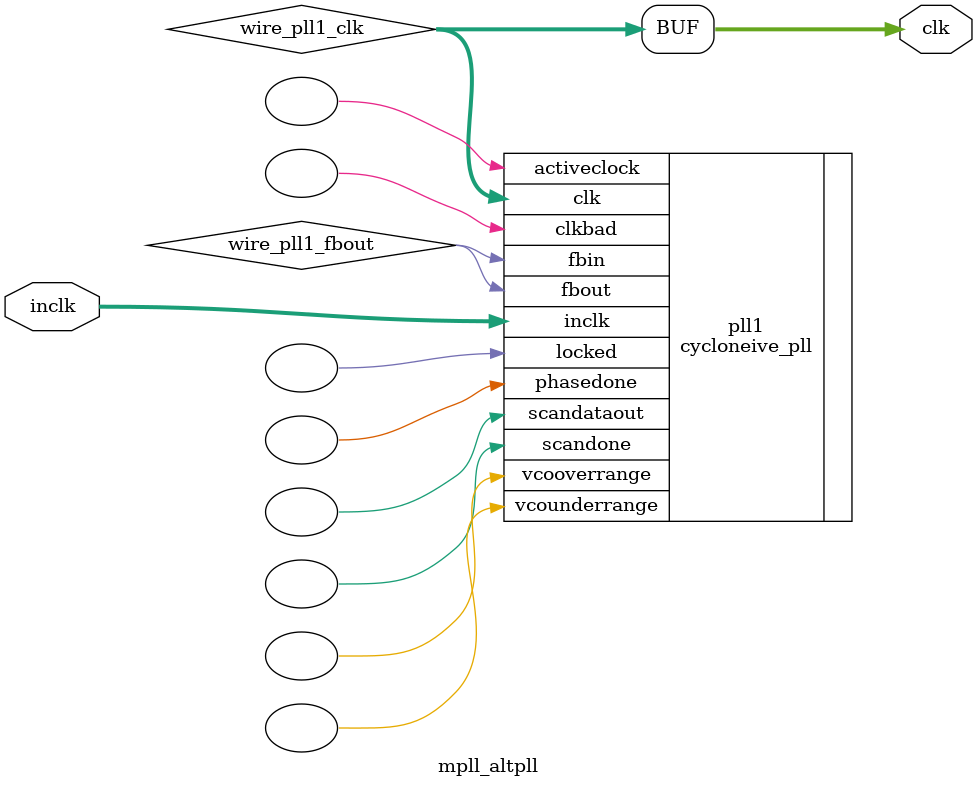
<source format=v>






//synthesis_resources = cycloneive_pll 1 
//synopsys translate_off
`timescale 1 ps / 1 ps
//synopsys translate_on
module  mpll_altpll
	( 
	clk,
	inclk) /* synthesis synthesis_clearbox=1 */;
	output   [4:0]  clk;
	input   [1:0]  inclk;
`ifndef ALTERA_RESERVED_QIS
// synopsys translate_off
`endif
	tri0   [1:0]  inclk;
`ifndef ALTERA_RESERVED_QIS
// synopsys translate_on
`endif

	wire  [4:0]   wire_pll1_clk;
	wire  wire_pll1_fbout;

	cycloneive_pll   pll1
	( 
	.activeclock(),
	.clk(wire_pll1_clk),
	.clkbad(),
	.fbin(wire_pll1_fbout),
	.fbout(wire_pll1_fbout),
	.inclk(inclk),
	.locked(),
	.phasedone(),
	.scandataout(),
	.scandone(),
	.vcooverrange(),
	.vcounderrange()
	`ifndef FORMAL_VERIFICATION
	// synopsys translate_off
	`endif
	,
	.areset(1'b0),
	.clkswitch(1'b0),
	.configupdate(1'b0),
	.pfdena(1'b1),
	.phasecounterselect({3{1'b0}}),
	.phasestep(1'b0),
	.phaseupdown(1'b0),
	.scanclk(1'b0),
	.scanclkena(1'b1),
	.scandata(1'b0)
	`ifndef FORMAL_VERIFICATION
	// synopsys translate_on
	`endif
	);
	defparam
		pll1.bandwidth_type = "auto",
		pll1.clk0_divide_by = 5,
		pll1.clk0_duty_cycle = 50,
		pll1.clk0_multiply_by = 2,
		pll1.clk0_phase_shift = "0",
		pll1.clk1_divide_by = 500,
		pll1.clk1_duty_cycle = 50,
		pll1.clk1_multiply_by = 1,
		pll1.clk1_phase_shift = "0",
		pll1.clk2_divide_by = 25,
		pll1.clk2_duty_cycle = 50,
		pll1.clk2_multiply_by = 48,
		pll1.clk2_phase_shift = "0",
		pll1.compensate_clock = "clk0",
		pll1.inclk0_input_frequency = 20000,
		pll1.operation_mode = "normal",
		pll1.pll_type = "auto",
		pll1.lpm_type = "cycloneive_pll";
	assign
		clk = {wire_pll1_clk[4:0]};
endmodule //mpll_altpll
//VALID FILE

</source>
